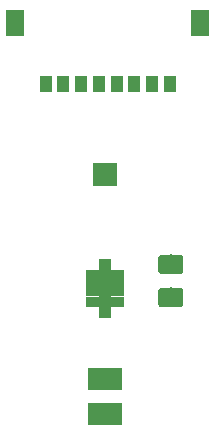
<source format=gbr>
G04 #@! TF.GenerationSoftware,KiCad,Pcbnew,5.0.0-fee4fd1~66~ubuntu16.04.1*
G04 #@! TF.CreationDate,2018-09-26T17:40:44-07:00*
G04 #@! TF.ProjectId,Fullspectrum_LED_PCB,46756C6C737065637472756D5F4C4544,rev?*
G04 #@! TF.SameCoordinates,Original*
G04 #@! TF.FileFunction,Soldermask,Top*
G04 #@! TF.FilePolarity,Negative*
%FSLAX46Y46*%
G04 Gerber Fmt 4.6, Leading zero omitted, Abs format (unit mm)*
G04 Created by KiCad (PCBNEW 5.0.0-fee4fd1~66~ubuntu16.04.1) date Wed Sep 26 17:40:44 2018*
%MOMM*%
%LPD*%
G01*
G04 APERTURE LIST*
%ADD10R,1.000000X1.400000*%
%ADD11R,1.650000X2.200000*%
%ADD12C,0.100000*%
%ADD13C,1.650000*%
%ADD14R,2.000000X1.050000*%
%ADD15R,3.200000X1.400000*%
%ADD16R,1.100000X1.850000*%
%ADD17R,3.200000X0.950000*%
%ADD18R,3.000000X1.900000*%
G04 APERTURE END LIST*
D10*
G04 #@! TO.C,J1*
X54440000Y-23369000D03*
X55940000Y-23369000D03*
X57440000Y-23369000D03*
X58940000Y-23369000D03*
X60440000Y-23369000D03*
X61940000Y-23369000D03*
X63440000Y-23369000D03*
X64940000Y-23369000D03*
D11*
X51835000Y-18179000D03*
X67545000Y-18179000D03*
G04 #@! TD*
D12*
G04 #@! TO.C,TH1*
G36*
X65801346Y-40584589D02*
X65833380Y-40589341D01*
X65864794Y-40597210D01*
X65895286Y-40608120D01*
X65924561Y-40621966D01*
X65952338Y-40638615D01*
X65978350Y-40657907D01*
X66002345Y-40679655D01*
X66024093Y-40703650D01*
X66043385Y-40729662D01*
X66060034Y-40757439D01*
X66073880Y-40786714D01*
X66084790Y-40817206D01*
X66092659Y-40848620D01*
X66097411Y-40880654D01*
X66099000Y-40913000D01*
X66099000Y-41903000D01*
X66097411Y-41935346D01*
X66092659Y-41967380D01*
X66084790Y-41998794D01*
X66073880Y-42029286D01*
X66060034Y-42058561D01*
X66043385Y-42086338D01*
X66024093Y-42112350D01*
X66002345Y-42136345D01*
X65978350Y-42158093D01*
X65952338Y-42177385D01*
X65924561Y-42194034D01*
X65895286Y-42207880D01*
X65864794Y-42218790D01*
X65833380Y-42226659D01*
X65801346Y-42231411D01*
X65769000Y-42233000D01*
X64279000Y-42233000D01*
X64246654Y-42231411D01*
X64214620Y-42226659D01*
X64183206Y-42218790D01*
X64152714Y-42207880D01*
X64123439Y-42194034D01*
X64095662Y-42177385D01*
X64069650Y-42158093D01*
X64045655Y-42136345D01*
X64023907Y-42112350D01*
X64004615Y-42086338D01*
X63987966Y-42058561D01*
X63974120Y-42029286D01*
X63963210Y-41998794D01*
X63955341Y-41967380D01*
X63950589Y-41935346D01*
X63949000Y-41903000D01*
X63949000Y-40913000D01*
X63950589Y-40880654D01*
X63955341Y-40848620D01*
X63963210Y-40817206D01*
X63974120Y-40786714D01*
X63987966Y-40757439D01*
X64004615Y-40729662D01*
X64023907Y-40703650D01*
X64045655Y-40679655D01*
X64069650Y-40657907D01*
X64095662Y-40638615D01*
X64123439Y-40621966D01*
X64152714Y-40608120D01*
X64183206Y-40597210D01*
X64214620Y-40589341D01*
X64246654Y-40584589D01*
X64279000Y-40583000D01*
X65769000Y-40583000D01*
X65801346Y-40584589D01*
X65801346Y-40584589D01*
G37*
D13*
X65024000Y-41408000D03*
D12*
G36*
X65801346Y-37784589D02*
X65833380Y-37789341D01*
X65864794Y-37797210D01*
X65895286Y-37808120D01*
X65924561Y-37821966D01*
X65952338Y-37838615D01*
X65978350Y-37857907D01*
X66002345Y-37879655D01*
X66024093Y-37903650D01*
X66043385Y-37929662D01*
X66060034Y-37957439D01*
X66073880Y-37986714D01*
X66084790Y-38017206D01*
X66092659Y-38048620D01*
X66097411Y-38080654D01*
X66099000Y-38113000D01*
X66099000Y-39103000D01*
X66097411Y-39135346D01*
X66092659Y-39167380D01*
X66084790Y-39198794D01*
X66073880Y-39229286D01*
X66060034Y-39258561D01*
X66043385Y-39286338D01*
X66024093Y-39312350D01*
X66002345Y-39336345D01*
X65978350Y-39358093D01*
X65952338Y-39377385D01*
X65924561Y-39394034D01*
X65895286Y-39407880D01*
X65864794Y-39418790D01*
X65833380Y-39426659D01*
X65801346Y-39431411D01*
X65769000Y-39433000D01*
X64279000Y-39433000D01*
X64246654Y-39431411D01*
X64214620Y-39426659D01*
X64183206Y-39418790D01*
X64152714Y-39407880D01*
X64123439Y-39394034D01*
X64095662Y-39377385D01*
X64069650Y-39358093D01*
X64045655Y-39336345D01*
X64023907Y-39312350D01*
X64004615Y-39286338D01*
X63987966Y-39258561D01*
X63974120Y-39229286D01*
X63963210Y-39198794D01*
X63955341Y-39167380D01*
X63950589Y-39135346D01*
X63949000Y-39103000D01*
X63949000Y-38113000D01*
X63950589Y-38080654D01*
X63955341Y-38048620D01*
X63963210Y-38017206D01*
X63974120Y-37986714D01*
X63987966Y-37957439D01*
X64004615Y-37929662D01*
X64023907Y-37903650D01*
X64045655Y-37879655D01*
X64069650Y-37857907D01*
X64095662Y-37838615D01*
X64123439Y-37821966D01*
X64152714Y-37808120D01*
X64183206Y-37797210D01*
X64214620Y-37789341D01*
X64246654Y-37784589D01*
X64279000Y-37783000D01*
X65769000Y-37783000D01*
X65801346Y-37784589D01*
X65801346Y-37784589D01*
G37*
D13*
X65024000Y-38608000D03*
G04 #@! TD*
D14*
G04 #@! TO.C,D1*
X59436000Y-30513000D03*
X59436000Y-31463000D03*
G04 #@! TD*
D15*
G04 #@! TO.C,D2*
X59436000Y-40640000D03*
D16*
X59436000Y-39065000D03*
D17*
X59436000Y-39520000D03*
X59436000Y-41760000D03*
D16*
X59436000Y-42215000D03*
G04 #@! TD*
D18*
G04 #@! TO.C,D3*
X59436000Y-48308000D03*
X59436000Y-51308000D03*
G04 #@! TD*
M02*

</source>
